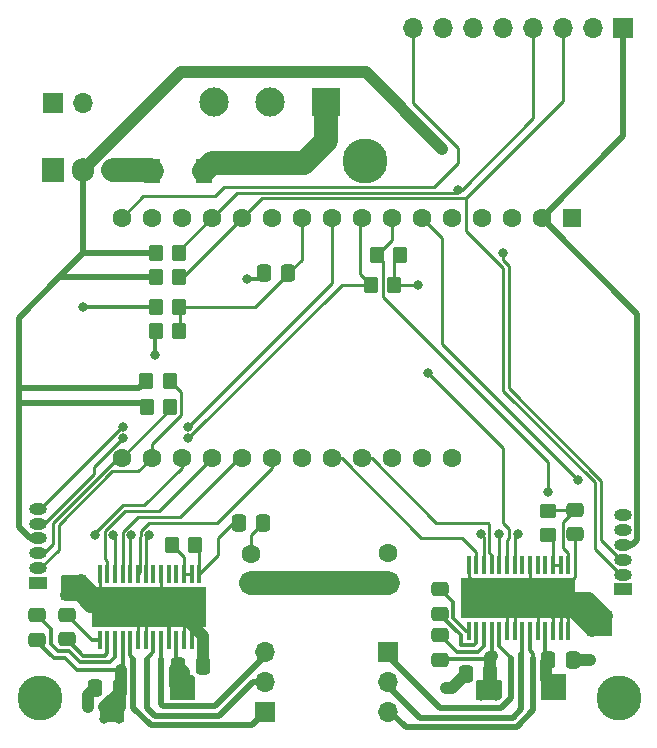
<source format=gbr>
%TF.GenerationSoftware,KiCad,Pcbnew,7.0.1*%
%TF.CreationDate,2023-04-23T15:33:47-04:00*%
%TF.ProjectId,board_v2,626f6172-645f-4763-922e-6b696361645f,rev?*%
%TF.SameCoordinates,Original*%
%TF.FileFunction,Copper,L1,Top*%
%TF.FilePolarity,Positive*%
%FSLAX46Y46*%
G04 Gerber Fmt 4.6, Leading zero omitted, Abs format (unit mm)*
G04 Created by KiCad (PCBNEW 7.0.1) date 2023-04-23 15:33:47*
%MOMM*%
%LPD*%
G01*
G04 APERTURE LIST*
G04 Aperture macros list*
%AMRoundRect*
0 Rectangle with rounded corners*
0 $1 Rounding radius*
0 $2 $3 $4 $5 $6 $7 $8 $9 X,Y pos of 4 corners*
0 Add a 4 corners polygon primitive as box body*
4,1,4,$2,$3,$4,$5,$6,$7,$8,$9,$2,$3,0*
0 Add four circle primitives for the rounded corners*
1,1,$1+$1,$2,$3*
1,1,$1+$1,$4,$5*
1,1,$1+$1,$6,$7*
1,1,$1+$1,$8,$9*
0 Add four rect primitives between the rounded corners*
20,1,$1+$1,$2,$3,$4,$5,0*
20,1,$1+$1,$4,$5,$6,$7,0*
20,1,$1+$1,$6,$7,$8,$9,0*
20,1,$1+$1,$8,$9,$2,$3,0*%
G04 Aperture macros list end*
%TA.AperFunction,ComponentPad*%
%ADD10R,1.700000X1.700000*%
%TD*%
%TA.AperFunction,ComponentPad*%
%ADD11O,1.700000X1.700000*%
%TD*%
%TA.AperFunction,ComponentPad*%
%ADD12C,2.600000*%
%TD*%
%TA.AperFunction,ConnectorPad*%
%ADD13C,3.800000*%
%TD*%
%TA.AperFunction,SMDPad,CuDef*%
%ADD14RoundRect,0.250000X-0.350000X-0.450000X0.350000X-0.450000X0.350000X0.450000X-0.350000X0.450000X0*%
%TD*%
%TA.AperFunction,SMDPad,CuDef*%
%ADD15RoundRect,0.250000X0.450000X-0.350000X0.450000X0.350000X-0.450000X0.350000X-0.450000X-0.350000X0*%
%TD*%
%TA.AperFunction,ComponentPad*%
%ADD16R,1.600000X1.600000*%
%TD*%
%TA.AperFunction,ComponentPad*%
%ADD17C,1.600000*%
%TD*%
%TA.AperFunction,SMDPad,CuDef*%
%ADD18RoundRect,0.250000X-0.475000X0.337500X-0.475000X-0.337500X0.475000X-0.337500X0.475000X0.337500X0*%
%TD*%
%TA.AperFunction,SMDPad,CuDef*%
%ADD19RoundRect,0.250000X-0.337500X-0.475000X0.337500X-0.475000X0.337500X0.475000X-0.337500X0.475000X0*%
%TD*%
%TA.AperFunction,ComponentPad*%
%ADD20O,1.500000X1.000000*%
%TD*%
%TA.AperFunction,ComponentPad*%
%ADD21R,1.500000X1.000000*%
%TD*%
%TA.AperFunction,SMDPad,CuDef*%
%ADD22RoundRect,0.250000X0.350000X0.450000X-0.350000X0.450000X-0.350000X-0.450000X0.350000X-0.450000X0*%
%TD*%
%TA.AperFunction,SMDPad,CuDef*%
%ADD23RoundRect,0.250000X0.337500X0.475000X-0.337500X0.475000X-0.337500X-0.475000X0.337500X-0.475000X0*%
%TD*%
%TA.AperFunction,ComponentPad*%
%ADD24C,0.500000*%
%TD*%
%TA.AperFunction,SMDPad,CuDef*%
%ADD25R,9.700000X3.400000*%
%TD*%
%TA.AperFunction,SMDPad,CuDef*%
%ADD26R,0.300000X1.600000*%
%TD*%
%TA.AperFunction,ComponentPad*%
%ADD27R,2.475000X2.475000*%
%TD*%
%TA.AperFunction,ComponentPad*%
%ADD28C,2.475000*%
%TD*%
%TA.AperFunction,SMDPad,CuDef*%
%ADD29R,1.400000X2.100000*%
%TD*%
%TA.AperFunction,ComponentPad*%
%ADD30O,1.905000X2.000000*%
%TD*%
%TA.AperFunction,ComponentPad*%
%ADD31R,1.905000X2.000000*%
%TD*%
%TA.AperFunction,ViaPad*%
%ADD32C,0.800000*%
%TD*%
%TA.AperFunction,Conductor*%
%ADD33C,0.500000*%
%TD*%
%TA.AperFunction,Conductor*%
%ADD34C,1.000000*%
%TD*%
%TA.AperFunction,Conductor*%
%ADD35C,0.250000*%
%TD*%
%TA.AperFunction,Conductor*%
%ADD36C,2.000000*%
%TD*%
%TA.AperFunction,Conductor*%
%ADD37C,0.350000*%
%TD*%
G04 APERTURE END LIST*
D10*
%TO.P,J1,1,Pin_1*%
%TO.N,GND*%
X104140000Y-68580000D03*
D11*
%TO.P,J1,2,Pin_2*%
%TO.N,/Bat+ Raw*%
X106680000Y-68580000D03*
%TD*%
D12*
%TO.P,REF\u002A\u002A,1*%
%TO.N,GND*%
X152000000Y-119000000D03*
D13*
%TO.N,N/C*%
X152000000Y-119000000D03*
%TD*%
%TO.P,REF\u002A\u002A,1*%
%TO.N,N/C*%
X130500000Y-73500000D03*
D12*
%TO.N,GND*%
X130500000Y-73500000D03*
%TD*%
%TO.P,REF\u002A\u002A,1*%
%TO.N,GND*%
X103000000Y-119000000D03*
D13*
%TO.N,N/C*%
X103000000Y-119000000D03*
%TD*%
D14*
%TO.P,R10,1*%
%TO.N,Net-(U5-NRESET)*%
X114160219Y-106016813D03*
%TO.P,R10,2*%
%TO.N,Net-(U5-V3P3)*%
X116160219Y-106016813D03*
%TD*%
D15*
%TO.P,R9,2*%
%TO.N,Net-(U3-V3P3)*%
X146050000Y-103140000D03*
%TO.P,R9,1*%
%TO.N,Net-(U3-NRESET)*%
X146050000Y-105140000D03*
%TD*%
D14*
%TO.P,R8,1*%
%TO.N,+3V3*%
X112030000Y-94321509D03*
%TO.P,R8,2*%
%TO.N,/SDA0*%
X114030000Y-94321509D03*
%TD*%
%TO.P,R7,1*%
%TO.N,+3V3*%
X112006828Y-92108123D03*
%TO.P,R7,2*%
%TO.N,/SCL0*%
X114006828Y-92108123D03*
%TD*%
D16*
%TO.P,A1,1,~{RESET}*%
%TO.N,unconnected-(A1-~{RESET}-Pad1)*%
X148013508Y-78343477D03*
D17*
%TO.P,A1,2,3V3*%
%TO.N,+3V3*%
X145473508Y-78343477D03*
%TO.P,A1,3,AREF*%
%TO.N,unconnected-(A1-AREF-Pad3)*%
X142933508Y-78343477D03*
%TO.P,A1,4,GND*%
%TO.N,GND*%
X140393508Y-78343477D03*
%TO.P,A1,5,A0*%
%TO.N,unconnected-(A1-A0-Pad5)*%
X137853508Y-78343477D03*
%TO.P,A1,6,A1*%
%TO.N,/A1*%
X135313508Y-78343477D03*
%TO.P,A1,7,A2*%
%TO.N,/A2*%
X132773508Y-78343477D03*
%TO.P,A1,8,A3*%
%TO.N,/A3*%
X130233508Y-78343477D03*
%TO.P,A1,9,A4*%
%TO.N,/A4*%
X127693508Y-78343477D03*
%TO.P,A1,10,A5*%
%TO.N,/A5*%
X125153508Y-78343477D03*
%TO.P,A1,11,SCK*%
%TO.N,/D24*%
X122613508Y-78343477D03*
%TO.P,A1,12,MOSI*%
%TO.N,/SCL1*%
X120073508Y-78343477D03*
%TO.P,A1,13,MISO*%
%TO.N,/SDA1*%
X117533508Y-78343477D03*
%TO.P,A1,14,RX*%
%TO.N,unconnected-(A1-RX-Pad14)*%
X114993508Y-78343477D03*
%TO.P,A1,15,TX*%
%TO.N,unconnected-(A1-TX-Pad15)*%
X112453508Y-78343477D03*
%TO.P,A1,16,SPARE*%
%TO.N,/D2*%
X109913508Y-78343477D03*
%TO.P,A1,17,SDA*%
%TO.N,/SDA0*%
X109913508Y-98663477D03*
%TO.P,A1,18,SCL*%
%TO.N,/SCL0*%
X112453508Y-98663477D03*
%TO.P,A1,19,D0*%
%TO.N,/D5*%
X114993508Y-98663477D03*
%TO.P,A1,20,D1*%
%TO.N,/D6*%
X117533508Y-98663477D03*
%TO.P,A1,21,D2*%
%TO.N,/D7*%
X120073508Y-98663477D03*
%TO.P,A1,22,D3*%
%TO.N,/D8*%
X122613508Y-98663477D03*
%TO.P,A1,23,D4*%
%TO.N,/D11*%
X125153508Y-98663477D03*
%TO.P,A1,24,D5*%
%TO.N,/D12*%
X127693508Y-98663477D03*
%TO.P,A1,25,D6*%
%TO.N,/D13*%
X130233508Y-98663477D03*
%TO.P,A1,26,USB*%
%TO.N,unconnected-(A1-USB-Pad26)*%
X132773508Y-98663477D03*
%TO.P,A1,27,EN*%
%TO.N,unconnected-(A1-EN-Pad27)*%
X135313508Y-98663477D03*
%TO.P,A1,28,VBAT*%
%TO.N,unconnected-(A1-VBAT-Pad28)*%
X137853508Y-98663477D03*
%TD*%
D18*
%TO.P,C5,2*%
%TO.N,GND*%
X148326941Y-105111181D03*
%TO.P,C5,1*%
%TO.N,Net-(U3-V3P3)*%
X148326941Y-103036181D03*
%TD*%
D17*
%TO.P,C12,2*%
%TO.N,GND*%
X132459504Y-106720000D03*
D16*
%TO.P,C12,1*%
%TO.N,+BATT*%
X132459504Y-109220000D03*
%TD*%
D19*
%TO.P,C9,2*%
%TO.N,+BATT*%
X109749500Y-118110000D03*
%TO.P,C9,1*%
%TO.N,GND*%
X107674500Y-118110000D03*
%TD*%
D20*
%TO.P,J2,6,Pin_6*%
%TO.N,/A4*%
X102870000Y-102970000D03*
%TO.P,J2,5,Pin_5*%
%TO.N,/A3*%
X102870000Y-104220000D03*
%TO.P,J2,4,Pin_4*%
%TO.N,+3V3*%
X102870000Y-105470000D03*
%TO.P,J2,3,Pin_3*%
%TO.N,/SDA0*%
X102870000Y-106720000D03*
%TO.P,J2,2,Pin_2*%
%TO.N,/SCL0*%
X102870000Y-107970000D03*
D21*
%TO.P,J2,1,Pin_1*%
%TO.N,GND*%
X102870000Y-109220000D03*
%TD*%
D22*
%TO.P,R1,2*%
%TO.N,/A3*%
X131000000Y-84000000D03*
%TO.P,R1,1*%
%TO.N,GND*%
X133000000Y-84000000D03*
%TD*%
D10*
%TO.P,U2,1,VCC*%
%TO.N,+3V3*%
X152400000Y-62230000D03*
D11*
%TO.P,U2,2,GND*%
%TO.N,GND*%
X149860000Y-62230000D03*
%TO.P,U2,3,SCL*%
%TO.N,/SCL1*%
X147320000Y-62230000D03*
%TO.P,U2,4,SDA*%
%TO.N,/SDA1*%
X144780000Y-62230000D03*
%TO.P,U2,5,XDA*%
%TO.N,unconnected-(U2-XDA-Pad5)*%
X142240000Y-62230000D03*
%TO.P,U2,6,XCL*%
%TO.N,unconnected-(U2-XCL-Pad6)*%
X139700000Y-62230000D03*
%TO.P,U2,7,ADD*%
%TO.N,unconnected-(U2-ADD-Pad7)*%
X137160000Y-62230000D03*
%TO.P,U2,8,INT*%
%TO.N,/D2*%
X134620000Y-62230000D03*
%TD*%
D19*
%TO.P,C2,2*%
%TO.N,+BATT*%
X141118500Y-116967000D03*
%TO.P,C2,1*%
%TO.N,GND*%
X139043500Y-116967000D03*
%TD*%
D17*
%TO.P,C6,2*%
%TO.N,GND*%
X120903131Y-106743475D03*
D16*
%TO.P,C6,1*%
%TO.N,+BATT*%
X120903131Y-109243475D03*
%TD*%
D23*
%TO.P,C3,2*%
%TO.N,+BATT*%
X146028500Y-115773200D03*
%TO.P,C3,1*%
%TO.N,GND*%
X148103500Y-115773200D03*
%TD*%
D18*
%TO.P,C10,2*%
%TO.N,+BATT*%
X102736721Y-114033662D03*
%TO.P,C10,1*%
%TO.N,Net-(U5-VCP)*%
X102736721Y-111958662D03*
%TD*%
D11*
%TO.P,J4,3,Pin_3*%
%TO.N,/ml3*%
X132458022Y-120129395D03*
%TO.P,J4,2,Pin_2*%
%TO.N,/ml2*%
X132458022Y-117589395D03*
D10*
%TO.P,J4,1,Pin_1*%
%TO.N,/ml1*%
X132458022Y-115049395D03*
%TD*%
D22*
%TO.P,R2,1*%
%TO.N,GND*%
X133500000Y-81460000D03*
%TO.P,R2,2*%
%TO.N,/A2*%
X131500000Y-81460000D03*
%TD*%
D23*
%TO.P,C8,2*%
%TO.N,+BATT*%
X114684900Y-116281200D03*
%TO.P,C8,1*%
%TO.N,GND*%
X116759900Y-116281200D03*
%TD*%
D20*
%TO.P,J3,6,Pin_6*%
%TO.N,/A1*%
X152352665Y-103523443D03*
%TO.P,J3,5,Pin_5*%
%TO.N,/A2*%
X152352665Y-104773443D03*
%TO.P,J3,4,Pin_4*%
%TO.N,+3V3*%
X152352665Y-106023443D03*
%TO.P,J3,3,Pin_3*%
%TO.N,/SDA1*%
X152352665Y-107273443D03*
%TO.P,J3,2,Pin_2*%
%TO.N,/SCL1*%
X152352665Y-108523443D03*
D21*
%TO.P,J3,1,Pin_1*%
%TO.N,GND*%
X152352665Y-109773443D03*
%TD*%
D24*
%TO.P,U5,29,TH_PAD*%
%TO.N,GND*%
X116018000Y-110002000D03*
X114768000Y-110002000D03*
X113518000Y-110002000D03*
X112268000Y-110002000D03*
X111018000Y-110002000D03*
X109768000Y-110002000D03*
X108518000Y-110002000D03*
X116018000Y-111252000D03*
X114768000Y-111252000D03*
X113518000Y-111252000D03*
D25*
X112268000Y-111252000D03*
D24*
X112268000Y-111252000D03*
X111018000Y-111252000D03*
X109768000Y-111252000D03*
X108518000Y-111252000D03*
X116018000Y-112502000D03*
X114768000Y-112502000D03*
X113518000Y-112502000D03*
X112268000Y-112502000D03*
X111018000Y-112502000D03*
X109768000Y-112502000D03*
X108518000Y-112502000D03*
D26*
%TO.P,U5,28,GND*%
X108043000Y-108452000D03*
%TO.P,U5,27,IN1*%
%TO.N,/D6*%
X108693000Y-108452000D03*
%TO.P,U5,26,EN1*%
%TO.N,/D5*%
X109343000Y-108452000D03*
%TO.P,U5,25,IN2*%
%TO.N,/D7*%
X109993000Y-108452000D03*
%TO.P,U5,24,EN2*%
%TO.N,/D5*%
X110643000Y-108452000D03*
%TO.P,U5,23,IN3*%
%TO.N,/D8*%
X111293000Y-108452000D03*
%TO.P,U5,22,EN3*%
%TO.N,/D5*%
X111943000Y-108452000D03*
%TO.P,U5,21*%
%TO.N,N/C*%
X112593000Y-108452000D03*
%TO.P,U5,20,GND*%
%TO.N,GND*%
X113243000Y-108452000D03*
%TO.P,U5,19*%
%TO.N,N/C*%
X113893000Y-108452000D03*
%TO.P,U5,18,NFAULT*%
%TO.N,unconnected-(U5-NFAULT-Pad18)*%
X114543000Y-108452000D03*
%TO.P,U5,17,NSLEEP*%
%TO.N,Net-(U5-NRESET)*%
X115193000Y-108452000D03*
%TO.P,U5,16,NRESET*%
X115843000Y-108452000D03*
%TO.P,U5,15,V3P3*%
%TO.N,Net-(U5-V3P3)*%
X116493000Y-108452000D03*
%TO.P,U5,14,GND*%
%TO.N,GND*%
X116493000Y-114052000D03*
%TO.P,U5,13,COMPN*%
X115843000Y-114052000D03*
%TO.P,U5,12,COMPP*%
X115193000Y-114052000D03*
%TO.P,U5,11,VM2*%
%TO.N,+BATT*%
X114543000Y-114052000D03*
%TO.P,U5,10,PGND3*%
%TO.N,GND*%
X113893000Y-114052000D03*
%TO.P,U5,9,OUT3*%
%TO.N,/mr3*%
X113243000Y-114052000D03*
%TO.P,U5,8,OUT2*%
%TO.N,/mr2*%
X112593000Y-114052000D03*
%TO.P,U5,7,PGND2*%
%TO.N,GND*%
X111943000Y-114052000D03*
%TO.P,U5,6,PGND1*%
X111293000Y-114052000D03*
%TO.P,U5,5,OUT1*%
%TO.N,/mr1*%
X110643000Y-114052000D03*
%TO.P,U5,4,VM1*%
%TO.N,+BATT*%
X109993000Y-114052000D03*
%TO.P,U5,3,VCP*%
%TO.N,Net-(U5-VCP)*%
X109343000Y-114052000D03*
%TO.P,U5,2,CPH*%
%TO.N,Net-(U5-CPH)*%
X108693000Y-114052000D03*
%TO.P,U5,1,CPL*%
%TO.N,Net-(U5-CPL)*%
X108043000Y-114052000D03*
%TD*%
D18*
%TO.P,C7,2*%
%TO.N,Net-(U5-CPH)*%
X105257600Y-114016700D03*
%TO.P,C7,1*%
%TO.N,Net-(U5-CPL)*%
X105257600Y-111941700D03*
%TD*%
D14*
%TO.P,R3,1*%
%TO.N,+BATT*%
X112792000Y-85852000D03*
%TO.P,R3,2*%
%TO.N,/A5*%
X114792000Y-85852000D03*
%TD*%
D10*
%TO.P,J6,1,Pin_1*%
%TO.N,/mr1*%
X122082486Y-120126085D03*
D11*
%TO.P,J6,2,Pin_2*%
%TO.N,/mr2*%
X122082486Y-117586085D03*
%TO.P,J6,3,Pin_3*%
%TO.N,/mr3*%
X122082486Y-115046085D03*
%TD*%
D27*
%TO.P,SW1,1,A*%
%TO.N,/Bat+ Post Switch*%
X127215471Y-68548518D03*
D28*
%TO.P,SW1,2,B*%
%TO.N,/Bat+ Raw*%
X122465471Y-68548518D03*
%TO.P,SW1,3,C*%
%TO.N,unconnected-(SW1-C-Pad3)*%
X117715471Y-68548518D03*
%TD*%
D29*
%TO.P,D1,1,K*%
%TO.N,+BATT*%
X112456448Y-74333131D03*
%TO.P,D1,2,A*%
%TO.N,/Bat+ Post Switch*%
X116856448Y-74333131D03*
%TD*%
D23*
%TO.P,C13,1*%
%TO.N,/A5*%
X124037500Y-83000000D03*
%TO.P,C13,2*%
%TO.N,GND*%
X121962500Y-83000000D03*
%TD*%
D22*
%TO.P,R4,1*%
%TO.N,/A5*%
X114792000Y-87884000D03*
%TO.P,R4,2*%
%TO.N,GND*%
X112792000Y-87884000D03*
%TD*%
D24*
%TO.P,U3,29,TH_PAD*%
%TO.N,GND*%
X147260000Y-109240000D03*
X146010000Y-109240000D03*
X144760000Y-109240000D03*
X143510000Y-109240000D03*
X142260000Y-109240000D03*
X141010000Y-109240000D03*
X139760000Y-109240000D03*
X147260000Y-110490000D03*
X146010000Y-110490000D03*
X144760000Y-110490000D03*
D25*
X143510000Y-110490000D03*
D24*
X143510000Y-110490000D03*
X142260000Y-110490000D03*
X141010000Y-110490000D03*
X139760000Y-110490000D03*
X147260000Y-111740000D03*
X146010000Y-111740000D03*
X144760000Y-111740000D03*
X143510000Y-111740000D03*
X142260000Y-111740000D03*
X141010000Y-111740000D03*
X139760000Y-111740000D03*
D26*
%TO.P,U3,28,GND*%
X139285000Y-107690000D03*
%TO.P,U3,27,IN1*%
%TO.N,/D12*%
X139935000Y-107690000D03*
%TO.P,U3,26,EN1*%
%TO.N,/D11*%
X140585000Y-107690000D03*
%TO.P,U3,25,IN2*%
%TO.N,/D13*%
X141235000Y-107690000D03*
%TO.P,U3,24,EN2*%
%TO.N,/D11*%
X141885000Y-107690000D03*
%TO.P,U3,23,IN3*%
%TO.N,/D24*%
X142535000Y-107690000D03*
%TO.P,U3,22,EN3*%
%TO.N,/D11*%
X143185000Y-107690000D03*
%TO.P,U3,21*%
%TO.N,N/C*%
X143835000Y-107690000D03*
%TO.P,U3,20,GND*%
%TO.N,GND*%
X144485000Y-107690000D03*
%TO.P,U3,19*%
%TO.N,N/C*%
X145135000Y-107690000D03*
%TO.P,U3,18,NFAULT*%
%TO.N,unconnected-(U3-NFAULT-Pad18)*%
X145785000Y-107690000D03*
%TO.P,U3,17,NSLEEP*%
%TO.N,Net-(U3-NRESET)*%
X146435000Y-107690000D03*
%TO.P,U3,16,NRESET*%
X147085000Y-107690000D03*
%TO.P,U3,15,V3P3*%
%TO.N,Net-(U3-V3P3)*%
X147735000Y-107690000D03*
%TO.P,U3,14,GND*%
%TO.N,GND*%
X147735000Y-113290000D03*
%TO.P,U3,13,COMPN*%
X147085000Y-113290000D03*
%TO.P,U3,12,COMPP*%
X146435000Y-113290000D03*
%TO.P,U3,11,VM2*%
%TO.N,+BATT*%
X145785000Y-113290000D03*
%TO.P,U3,10,PGND3*%
%TO.N,GND*%
X145135000Y-113290000D03*
%TO.P,U3,9,OUT3*%
%TO.N,/ml3*%
X144485000Y-113290000D03*
%TO.P,U3,8,OUT2*%
%TO.N,/ml2*%
X143835000Y-113290000D03*
%TO.P,U3,7,PGND2*%
%TO.N,GND*%
X143185000Y-113290000D03*
%TO.P,U3,6,PGND1*%
X142535000Y-113290000D03*
%TO.P,U3,5,OUT1*%
%TO.N,/ml1*%
X141885000Y-113290000D03*
%TO.P,U3,4,VM1*%
%TO.N,+BATT*%
X141235000Y-113290000D03*
%TO.P,U3,3,VCP*%
%TO.N,Net-(U3-VCP)*%
X140585000Y-113290000D03*
%TO.P,U3,2,CPH*%
%TO.N,Net-(U3-CPH)*%
X139935000Y-113290000D03*
%TO.P,U3,1,CPL*%
%TO.N,Net-(U3-CPL)*%
X139285000Y-113290000D03*
%TD*%
D14*
%TO.P,R5,1*%
%TO.N,+3V3*%
X112792000Y-81280000D03*
%TO.P,R5,2*%
%TO.N,/SDA1*%
X114792000Y-81280000D03*
%TD*%
D19*
%TO.P,C11,2*%
%TO.N,GND*%
X121920000Y-104140000D03*
%TO.P,C11,1*%
%TO.N,Net-(U5-V3P3)*%
X119845000Y-104140000D03*
%TD*%
D18*
%TO.P,C1,2*%
%TO.N,Net-(U3-CPH)*%
X136906000Y-111832300D03*
%TO.P,C1,1*%
%TO.N,Net-(U3-CPL)*%
X136906000Y-109757300D03*
%TD*%
%TO.P,C4,2*%
%TO.N,+BATT*%
X136906000Y-115718500D03*
%TO.P,C4,1*%
%TO.N,Net-(U3-VCP)*%
X136906000Y-113643500D03*
%TD*%
D14*
%TO.P,R6,1*%
%TO.N,+3V3*%
X112792000Y-83312000D03*
%TO.P,R6,2*%
%TO.N,/SCL1*%
X114792000Y-83312000D03*
%TD*%
D30*
%TO.P,U1,3,Vin*%
%TO.N,+BATT*%
X109220000Y-74295000D03*
%TO.P,U1,2,Vout*%
%TO.N,+3V3*%
X106680000Y-74295000D03*
D31*
%TO.P,U1,1,GND*%
%TO.N,GND*%
X104140000Y-74295000D03*
%TD*%
D32*
%TO.N,/A4*%
X110000000Y-96000000D03*
X115500000Y-96000000D03*
%TO.N,/A1*%
X148512653Y-100487348D03*
%TO.N,GND*%
X106500000Y-110270000D03*
X105230000Y-110270000D03*
X105230000Y-109000000D03*
X106500000Y-109000000D03*
X149730000Y-113270000D03*
X149730000Y-112000000D03*
X151000000Y-113270000D03*
X151000000Y-112000000D03*
%TO.N,/A3*%
X110000000Y-97000000D03*
X115570000Y-97000000D03*
%TO.N,+3V3*%
X137070015Y-72479985D03*
%TO.N,GND*%
X120500000Y-83500000D03*
X112776000Y-89916000D03*
X135000000Y-84000000D03*
X149555200Y-115722400D03*
X107061000Y-119761000D03*
X137414000Y-118160800D03*
%TO.N,/A2*%
X146000000Y-101500000D03*
%TO.N,/D24*%
X135890000Y-91440000D03*
%TO.N,/SDA1*%
X142240000Y-81280000D03*
X138430000Y-75926914D03*
%TO.N,/D5*%
X110744000Y-105156000D03*
X107696000Y-105156000D03*
X112268000Y-105156000D03*
X109220000Y-105156000D03*
%TO.N,/D11*%
X140328646Y-105056895D03*
X141899054Y-105069054D03*
X143450452Y-105107530D03*
%TO.N,+BATT*%
X114454743Y-118726758D03*
X140345873Y-117911043D03*
X145846800Y-118668800D03*
X147116800Y-117398800D03*
X140343656Y-118819975D03*
X108458000Y-119761000D03*
X141615873Y-117911043D03*
X115724743Y-117456758D03*
X106680000Y-85852000D03*
X109728000Y-119761000D03*
X115724743Y-118726758D03*
X108453058Y-120744243D03*
X145846800Y-117398800D03*
X114454743Y-117456758D03*
X141647924Y-118842081D03*
X147116800Y-118668800D03*
X109723058Y-120744243D03*
%TD*%
D33*
%TO.N,+3V3*%
X153552185Y-86422154D02*
X145473508Y-78343477D01*
X153552185Y-105573923D02*
X153552185Y-86422154D01*
X153102665Y-106023443D02*
X153552185Y-105573923D01*
X152352665Y-106023443D02*
X153102665Y-106023443D01*
D34*
X106680000Y-74247500D02*
X106680000Y-74295000D01*
X130590030Y-66000000D02*
X114927500Y-66000000D01*
X137070015Y-72479985D02*
X130590030Y-66000000D01*
X114927500Y-66000000D02*
X106680000Y-74247500D01*
D35*
%TO.N,/A3*%
X128570000Y-84000000D02*
X115570000Y-97000000D01*
X131000000Y-84000000D02*
X128570000Y-84000000D01*
%TO.N,/A4*%
X115500000Y-96000000D02*
X127693508Y-83806492D01*
X127693508Y-83806492D02*
X127693508Y-78343477D01*
%TO.N,/A3*%
X109985994Y-97000000D02*
X110000000Y-97000000D01*
X107555546Y-100034454D02*
X107555546Y-99430448D01*
X103370000Y-104220000D02*
X107555546Y-100034454D01*
X107555546Y-99430448D02*
X109985994Y-97000000D01*
X102870000Y-104220000D02*
X103370000Y-104220000D01*
%TO.N,/A4*%
X109974695Y-96000000D02*
X103004695Y-102970000D01*
X110000000Y-96000000D02*
X109974695Y-96000000D01*
X103004695Y-102970000D02*
X102870000Y-102970000D01*
%TO.N,/A5*%
X124037500Y-83000000D02*
X125153508Y-81883992D01*
X125153508Y-81883992D02*
X125153508Y-78343477D01*
%TO.N,/A2*%
X132000000Y-81960000D02*
X131500000Y-81460000D01*
X146000000Y-101500000D02*
X146000000Y-99000000D01*
X132000000Y-85000000D02*
X132000000Y-81960000D01*
X146000000Y-99000000D02*
X132000000Y-85000000D01*
%TO.N,/A1*%
X137025305Y-89000000D02*
X148512653Y-100487348D01*
X137000000Y-80029969D02*
X137000000Y-89000000D01*
X137000000Y-89000000D02*
X137025305Y-89000000D01*
X135313508Y-78343477D02*
X137000000Y-80029969D01*
%TO.N,/SCL1*%
X152186618Y-108523443D02*
X152352665Y-108523443D01*
X142239520Y-92956263D02*
X150000000Y-100716743D01*
X150000000Y-106336825D02*
X152186618Y-108523443D01*
X142239520Y-82549520D02*
X142239520Y-92956263D01*
X150000000Y-100716743D02*
X150000000Y-106336825D01*
X139094194Y-79404194D02*
X142239520Y-82549520D01*
X139099270Y-79399118D02*
X139094194Y-79404194D01*
X139099270Y-76651414D02*
X139099270Y-79399118D01*
%TO.N,/SDA1*%
X152186618Y-107273443D02*
X152352665Y-107273443D01*
X150500000Y-100580347D02*
X150500000Y-105586825D01*
X150500000Y-105586825D02*
X152186618Y-107273443D01*
X142689520Y-92769867D02*
X150500000Y-100580347D01*
X142240000Y-81914282D02*
X142689520Y-82363803D01*
X142689520Y-82363803D02*
X142689520Y-92769867D01*
X142240000Y-81280000D02*
X142240000Y-81914282D01*
%TO.N,/A2*%
X132773508Y-80186492D02*
X132773508Y-78343477D01*
X131500000Y-81460000D02*
X132773508Y-80186492D01*
%TO.N,GND*%
X133000000Y-84000000D02*
X133000000Y-81960000D01*
X133000000Y-81960000D02*
X133500000Y-81460000D01*
%TO.N,/A3*%
X130075000Y-78501985D02*
X130233508Y-78343477D01*
X130075000Y-83075000D02*
X130075000Y-78501985D01*
X131000000Y-84000000D02*
X130075000Y-83075000D01*
%TO.N,GND*%
X135000000Y-84000000D02*
X133000000Y-84000000D01*
%TO.N,/A5*%
X125153508Y-78343477D02*
X124631218Y-78343477D01*
%TO.N,/A3*%
X102870000Y-104220000D02*
X102220000Y-104220000D01*
D33*
%TO.N,+3V3*%
X101186535Y-104536535D02*
X102120000Y-105470000D01*
X102120000Y-105470000D02*
X102870000Y-105470000D01*
X101186535Y-93980000D02*
X101186535Y-104536535D01*
D35*
%TO.N,/A5*%
X121223000Y-85852000D02*
X124075000Y-83000000D01*
X114792000Y-85852000D02*
X121223000Y-85852000D01*
%TO.N,/D24*%
X122500000Y-78456985D02*
X122613508Y-78343477D01*
D36*
%TO.N,+BATT*%
X120926606Y-109220000D02*
X120903131Y-109243475D01*
X132459504Y-109220000D02*
X120926606Y-109220000D01*
D35*
%TO.N,GND*%
X120903131Y-105156869D02*
X120903131Y-106743475D01*
X121920000Y-104140000D02*
X120903131Y-105156869D01*
D34*
X108752000Y-111252000D02*
X112268000Y-111252000D01*
X106500000Y-109000000D02*
X108752000Y-111252000D01*
X106270000Y-110270000D02*
X107252000Y-111252000D01*
X107252000Y-111252000D02*
X112268000Y-111252000D01*
X105230000Y-110270000D02*
X106270000Y-110270000D01*
X111286000Y-110270000D02*
X112268000Y-111252000D01*
X106500000Y-110270000D02*
X111286000Y-110270000D01*
X151000000Y-112000000D02*
X149490000Y-110490000D01*
X149490000Y-110490000D02*
X143510000Y-110490000D01*
X146950000Y-110490000D02*
X143510000Y-110490000D01*
X149730000Y-113270000D02*
X146950000Y-110490000D01*
X148220000Y-110490000D02*
X143510000Y-110490000D01*
X149730000Y-112000000D02*
X148220000Y-110490000D01*
D35*
%TO.N,/D2*%
X117810000Y-76500000D02*
X111756985Y-76500000D01*
X118560000Y-75750000D02*
X117810000Y-76500000D01*
X136340000Y-75750000D02*
X118560000Y-75750000D01*
X111756985Y-76500000D02*
X109913508Y-78343477D01*
X138430000Y-72390000D02*
X138430000Y-73660000D01*
X134620000Y-68580000D02*
X138430000Y-72390000D01*
X138430000Y-73660000D02*
X136340000Y-75750000D01*
X134620000Y-62230000D02*
X134620000Y-68580000D01*
D37*
%TO.N,+BATT*%
X102736721Y-114200859D02*
X102736721Y-114033662D01*
X105129200Y-115629200D02*
X104165062Y-115629200D01*
X106097000Y-116597000D02*
X105129200Y-115629200D01*
X104165062Y-115629200D02*
X102736721Y-114200859D01*
X109861056Y-116597000D02*
X106097000Y-116597000D01*
%TO.N,Net-(U5-VCP)*%
X103936721Y-114392204D02*
X103936721Y-113158662D01*
X104523717Y-114979200D02*
X103936721Y-114392204D01*
X103936721Y-113158662D02*
X102736721Y-111958662D01*
X106395269Y-115932187D02*
X105442282Y-114979200D01*
X109343000Y-115536374D02*
X108947187Y-115932187D01*
X109343000Y-114052000D02*
X109343000Y-115536374D01*
X108947187Y-115932187D02*
X106395269Y-115932187D01*
X105442282Y-114979200D02*
X104523717Y-114979200D01*
D35*
%TO.N,+BATT*%
X102736721Y-114033662D02*
X102736721Y-114130149D01*
D33*
%TO.N,/ml3*%
X133970948Y-121450000D02*
X132484546Y-119963598D01*
X143345678Y-121450000D02*
X133970948Y-121450000D01*
X144780000Y-120015678D02*
X143345678Y-121450000D01*
X144780000Y-115570000D02*
X144780000Y-120015678D01*
%TO.N,/ml2*%
X132484546Y-117962505D02*
X132484546Y-117423598D01*
X135172041Y-120650000D02*
X132484546Y-117962505D01*
X143014308Y-120650000D02*
X135172041Y-120650000D01*
X143748963Y-119915345D02*
X143014308Y-120650000D01*
X143748963Y-115252598D02*
X143748963Y-119915345D01*
X143751858Y-115249703D02*
X143748963Y-115252598D01*
%TO.N,/ml1*%
X132484546Y-115422505D02*
X132484546Y-114883598D01*
X142041427Y-119792081D02*
X136854122Y-119792081D01*
X142875000Y-118958508D02*
X142041427Y-119792081D01*
X136854122Y-119792081D02*
X132484546Y-115422505D01*
X142875000Y-115570000D02*
X142875000Y-118958508D01*
%TO.N,/mr1*%
X120931813Y-121276758D02*
X122082486Y-120126085D01*
X112386758Y-121276758D02*
X120931813Y-121276758D01*
X110910576Y-119800576D02*
X112386758Y-121276758D01*
X110910576Y-115644242D02*
X110910576Y-119800576D01*
%TO.N,/mr2*%
X121005317Y-117586085D02*
X122082486Y-117586085D01*
X112717450Y-120476758D02*
X118114644Y-120476758D01*
X112023868Y-119783176D02*
X112717450Y-120476758D01*
X112023868Y-115677228D02*
X112023868Y-119783176D01*
%TO.N,/mr3*%
X117783274Y-119676758D02*
X122082486Y-115377546D01*
X113243000Y-119469815D02*
X113449943Y-119676758D01*
X113243000Y-115653853D02*
X113243000Y-119469815D01*
X113449943Y-119676758D02*
X117783274Y-119676758D01*
X122082486Y-115377546D02*
X122082486Y-115046085D01*
%TO.N,/mr2*%
X118114644Y-120476758D02*
X121005317Y-117586085D01*
D34*
%TO.N,+BATT*%
X114684900Y-116281200D02*
X115163600Y-116759900D01*
X115163600Y-116759900D02*
X115163600Y-118110000D01*
D35*
%TO.N,Net-(U5-NRESET)*%
X115193000Y-108452000D02*
X115843000Y-108452000D01*
X115193000Y-107049594D02*
X115193000Y-108452000D01*
X114160219Y-106016813D02*
X115193000Y-107049594D01*
X114160219Y-105549781D02*
X114300000Y-105410000D01*
X114160219Y-106016813D02*
X114160219Y-105549781D01*
%TO.N,Net-(U5-V3P3)*%
X116493000Y-106349594D02*
X116493000Y-108452000D01*
X116160219Y-106016813D02*
X116493000Y-106349594D01*
X119380000Y-104140000D02*
X119845000Y-104140000D01*
X118110000Y-105410000D02*
X119380000Y-104140000D01*
X118110000Y-106835000D02*
X118110000Y-105410000D01*
X116493000Y-108452000D02*
X118110000Y-106835000D01*
%TO.N,Net-(U3-NRESET)*%
X146050000Y-105140000D02*
X146435000Y-105525000D01*
X146435000Y-105525000D02*
X146435000Y-107690000D01*
%TO.N,GND*%
X148326941Y-108698059D02*
X148326941Y-105111181D01*
X146535000Y-110490000D02*
X148326941Y-108698059D01*
X143510000Y-110490000D02*
X146535000Y-110490000D01*
%TO.N,Net-(U3-V3P3)*%
X147735000Y-106740000D02*
X147735000Y-107690000D01*
X147276941Y-106281941D02*
X147735000Y-106740000D01*
X148326941Y-103036181D02*
X147276941Y-104086181D01*
X147276941Y-104086181D02*
X147276941Y-106281941D01*
%TO.N,Net-(U3-NRESET)*%
X146435000Y-107690000D02*
X147085000Y-107690000D01*
X146050000Y-105140000D02*
X146050000Y-105410000D01*
%TO.N,Net-(U3-V3P3)*%
X148006401Y-103042816D02*
X146147184Y-103042816D01*
X146147184Y-103042816D02*
X146050000Y-103140000D01*
D33*
%TO.N,+3V3*%
X111404951Y-92710000D02*
X112006828Y-92108123D01*
X101186535Y-92710000D02*
X111404951Y-92710000D01*
X101186535Y-92710000D02*
X101186535Y-86773465D01*
X101186535Y-93980000D02*
X101186535Y-92710000D01*
X111688491Y-93980000D02*
X112030000Y-94321509D01*
X101186535Y-93980000D02*
X111688491Y-93980000D01*
D35*
%TO.N,/SCL0*%
X114955000Y-93056295D02*
X114006828Y-92108123D01*
X112453508Y-97511174D02*
X114955000Y-95009682D01*
X114955000Y-95009682D02*
X114955000Y-93056295D01*
X112453508Y-98663477D02*
X112453508Y-97511174D01*
%TO.N,/SDA0*%
X114030000Y-94546985D02*
X114030000Y-94321509D01*
X109913508Y-98663477D02*
X114030000Y-94546985D01*
D36*
%TO.N,/Bat+ Post Switch*%
X125341489Y-73660000D02*
X117529579Y-73660000D01*
X127215471Y-71786018D02*
X125341489Y-73660000D01*
X117529579Y-73660000D02*
X116856448Y-74333131D01*
%TO.N,+BATT*%
X112456448Y-74333131D02*
X112418317Y-74295000D01*
X112418317Y-74295000D02*
X109220000Y-74295000D01*
%TO.N,/Bat+ Post Switch*%
X127215471Y-68548518D02*
X127215471Y-71786018D01*
D34*
%TO.N,GND*%
X114293000Y-111252000D02*
X112268000Y-111252000D01*
X116759900Y-113718900D02*
X114293000Y-111252000D01*
X116759900Y-116281200D02*
X116759900Y-113718900D01*
D33*
%TO.N,/A3*%
X102870000Y-104220000D02*
X102370000Y-104220000D01*
%TO.N,+3V3*%
X112792000Y-81280000D02*
X106680000Y-81280000D01*
X101186535Y-86773465D02*
X104648000Y-83312000D01*
X106680000Y-81280000D02*
X106680000Y-74295000D01*
X112792000Y-83312000D02*
X105156000Y-83312000D01*
X105156000Y-83312000D02*
X104902000Y-83058000D01*
%TO.N,/A2*%
X151852665Y-104773443D02*
X152695489Y-104773443D01*
%TO.N,+3V3*%
X105156000Y-83312000D02*
X104648000Y-83312000D01*
X152400000Y-62230000D02*
X152400000Y-71416985D01*
D35*
%TO.N,/A2*%
X152352665Y-104773443D02*
X151852665Y-104773443D01*
D33*
%TO.N,+3V3*%
X104648000Y-83312000D02*
X104902000Y-83058000D01*
X152400000Y-71416985D02*
X145473508Y-78343477D01*
X104902000Y-83058000D02*
X106680000Y-81280000D01*
D35*
%TO.N,GND*%
X145135000Y-112115000D02*
X143510000Y-110490000D01*
D34*
X107061000Y-118723500D02*
X107061000Y-119761000D01*
D35*
X147735000Y-113290000D02*
X147735000Y-112215000D01*
X143185000Y-112065000D02*
X143510000Y-111740000D01*
D37*
X112776000Y-89916000D02*
X112776000Y-87905500D01*
D35*
X111943000Y-112827000D02*
X112268000Y-112502000D01*
D34*
X137849700Y-118160800D02*
X137414000Y-118160800D01*
D35*
X111943000Y-114052000D02*
X111943000Y-112827000D01*
X139285000Y-108740000D02*
X141035000Y-110490000D01*
X147085000Y-113290000D02*
X147085000Y-111915000D01*
X113243000Y-108452000D02*
X113244331Y-109991687D01*
X141035000Y-110490000D02*
X143510000Y-110490000D01*
X143185000Y-113290000D02*
X143185000Y-112065000D01*
X142535000Y-113290000D02*
X142535000Y-112015000D01*
X116493000Y-114052000D02*
X116505015Y-112467816D01*
X142535000Y-112015000D02*
X142260000Y-111740000D01*
D34*
X149504400Y-115773200D02*
X149555200Y-115722400D01*
D35*
X108043000Y-108452000D02*
X108051446Y-109883823D01*
X144685000Y-110490000D02*
X143510000Y-110490000D01*
D34*
X139043500Y-116967000D02*
X137849700Y-118160800D01*
D35*
X144485000Y-109515000D02*
X143510000Y-110490000D01*
X146660000Y-110490000D02*
X143510000Y-110490000D01*
X111293000Y-112777000D02*
X111018000Y-112502000D01*
D34*
X107674500Y-118110000D02*
X107061000Y-118723500D01*
D37*
X121497250Y-83500000D02*
X120502750Y-83500000D01*
D35*
X139285000Y-107690000D02*
X139285000Y-108740000D01*
D34*
X148103500Y-115773200D02*
X149504400Y-115773200D01*
D35*
X146435000Y-112240000D02*
X144685000Y-110490000D01*
X144485000Y-107690000D02*
X144485000Y-109515000D01*
X145135000Y-113290000D02*
X145135000Y-112115000D01*
D37*
X113893000Y-114052000D02*
X113893163Y-112452407D01*
D35*
X147085000Y-111915000D02*
X147260000Y-111740000D01*
X148225493Y-108924507D02*
X146660000Y-110490000D01*
X146435000Y-113290000D02*
X146435000Y-112240000D01*
X115843000Y-114052000D02*
X115834717Y-112506339D01*
X147735000Y-112215000D02*
X147260000Y-111740000D01*
X111293000Y-114052000D02*
X111293000Y-112777000D01*
X113054887Y-110465113D02*
X112268000Y-111252000D01*
X115193000Y-114052000D02*
X115202941Y-112352248D01*
%TO.N,/D24*%
X142725941Y-104625941D02*
X142240000Y-104140000D01*
X142535000Y-105598574D02*
X142725941Y-105407633D01*
X142240000Y-97790000D02*
X135890000Y-91440000D01*
X142535000Y-107690000D02*
X142535000Y-105598574D01*
X142725941Y-105407633D02*
X142725941Y-104625941D01*
X142240000Y-104140000D02*
X142240000Y-97790000D01*
%TO.N,/SDA1*%
X144780000Y-69850000D02*
X144780000Y-62230000D01*
X138430000Y-75926914D02*
X138703086Y-75926914D01*
X114792000Y-81280000D02*
X114792000Y-81084985D01*
X138430000Y-75926914D02*
X138156914Y-76200000D01*
X138703086Y-75926914D02*
X144780000Y-69850000D01*
X138156914Y-76200000D02*
X119676985Y-76200000D01*
X119676985Y-76200000D02*
X117533508Y-78343477D01*
X114792000Y-81084985D02*
X117533508Y-78343477D01*
%TO.N,/SCL1*%
X135500829Y-76649520D02*
X135502723Y-76651414D01*
X115104985Y-83312000D02*
X120073508Y-78343477D01*
X114792000Y-83312000D02*
X115104985Y-83312000D01*
X147320000Y-68430684D02*
X139099270Y-76651414D01*
X135502723Y-76651414D02*
X139099270Y-76651414D01*
X121767465Y-76649520D02*
X120073508Y-78343477D01*
X147320000Y-62230000D02*
X147320000Y-68430684D01*
X121767465Y-76649520D02*
X135500829Y-76649520D01*
%TO.N,/SDA0*%
X104140000Y-105950000D02*
X104140000Y-104140000D01*
X109616523Y-98663477D02*
X109913508Y-98663477D01*
X103370000Y-106720000D02*
X104140000Y-105950000D01*
X102870000Y-106720000D02*
X103370000Y-106720000D01*
X104140000Y-104140000D02*
X109616523Y-98663477D01*
%TO.N,/SCL0*%
X103036047Y-107970000D02*
X104589520Y-106416527D01*
X104589520Y-106416527D02*
X104589520Y-104326198D01*
X104589520Y-104326198D02*
X109127730Y-99787988D01*
X111328997Y-99787988D02*
X112453508Y-98663477D01*
X102870000Y-107970000D02*
X103036047Y-107970000D01*
X109127730Y-99787988D02*
X111328997Y-99787988D01*
%TO.N,/D5*%
X109343000Y-108452000D02*
X109343000Y-105279000D01*
X114993508Y-99489992D02*
X114993508Y-98663477D01*
X110643000Y-105257000D02*
X110744000Y-105156000D01*
X110041188Y-102674480D02*
X111809020Y-102674480D01*
X109343000Y-105279000D02*
X109220000Y-105156000D01*
X107696000Y-105019668D02*
X110041188Y-102674480D01*
X111943000Y-105481000D02*
X112268000Y-105156000D01*
X111943000Y-108452000D02*
X111943000Y-105481000D01*
X107696000Y-105156000D02*
X107696000Y-105019668D01*
X111809020Y-102674480D02*
X114993508Y-99489992D01*
X110643000Y-108452000D02*
X110643000Y-105257000D01*
%TO.N,/D6*%
X108693000Y-108452000D02*
X108693000Y-107402000D01*
X108495489Y-104855897D02*
X110227386Y-103124000D01*
X108693000Y-107402000D02*
X108495489Y-107204489D01*
X113072985Y-103124000D02*
X117533508Y-98663477D01*
X110227386Y-103124000D02*
X113072985Y-103124000D01*
X108495489Y-107204489D02*
X108495489Y-104855897D01*
%TO.N,/D7*%
X114818109Y-103621891D02*
X111253495Y-103621891D01*
X119482504Y-98957496D02*
X114818109Y-103621891D01*
X120073508Y-98663477D02*
X119779489Y-98957496D01*
X109993000Y-104882386D02*
X109993000Y-108452000D01*
X111253495Y-103621891D02*
X109993000Y-104882386D01*
X119779489Y-98957496D02*
X119482504Y-98957496D01*
%TO.N,/D8*%
X111468489Y-105319793D02*
X111543489Y-105244793D01*
X111543489Y-104855897D02*
X112259386Y-104140000D01*
X111468489Y-108276511D02*
X111468489Y-105319793D01*
X111543489Y-105244793D02*
X111543489Y-104855897D01*
X117963500Y-104140000D02*
X122613508Y-99489992D01*
X122613508Y-99489992D02*
X122613508Y-98663477D01*
X112259386Y-104140000D02*
X117963500Y-104140000D01*
X111293000Y-108452000D02*
X111468489Y-108276511D01*
%TO.N,/D11*%
X143185000Y-107690000D02*
X143185000Y-105372982D01*
X140328646Y-105056895D02*
X140585000Y-105313249D01*
X143185000Y-105372982D02*
X143450452Y-105107530D01*
X140585000Y-105313249D02*
X140585000Y-107690000D01*
X141885000Y-107690000D02*
X141899054Y-105069054D01*
%TO.N,/D12*%
X138705000Y-105410000D02*
X135274500Y-105410000D01*
X139935000Y-107690000D02*
X139935000Y-106640000D01*
X139935000Y-106640000D02*
X138705000Y-105410000D01*
X128527977Y-98663477D02*
X127693508Y-98663477D01*
X135274500Y-105410000D02*
X128527977Y-98663477D01*
%TO.N,/D13*%
X136544500Y-104140000D02*
X140970000Y-104140000D01*
X141053157Y-106663983D02*
X141235000Y-106845826D01*
X141053157Y-104223157D02*
X141053157Y-106663983D01*
X130233508Y-98663477D02*
X131067977Y-98663477D01*
X140970000Y-104140000D02*
X141053157Y-104223157D01*
X141235000Y-106845826D02*
X141235000Y-107690000D01*
X131067977Y-98663477D02*
X136544500Y-104140000D01*
D37*
%TO.N,Net-(U3-CPL)*%
X139285000Y-113290000D02*
X139071000Y-113290000D01*
X138005520Y-110856820D02*
X136906000Y-109757300D01*
X138005520Y-112224520D02*
X138005520Y-110856820D01*
X139071000Y-113290000D02*
X138005520Y-112224520D01*
%TO.N,Net-(U3-CPH)*%
X138602181Y-113643977D02*
X136906000Y-111947796D01*
X139935000Y-113290000D02*
X139935000Y-114319000D01*
X139935000Y-114319000D02*
X139781819Y-114472181D01*
X138602181Y-114472181D02*
X138602181Y-113643977D01*
X136906000Y-111947796D02*
X136906000Y-111832300D01*
X139781819Y-114472181D02*
X138602181Y-114472181D01*
%TO.N,+BATT*%
X109993000Y-114052000D02*
X109993000Y-116465056D01*
D34*
X141118500Y-118461700D02*
X141173200Y-118516400D01*
X114438395Y-116527705D02*
X114684900Y-116281200D01*
D37*
X114811289Y-116552963D02*
X114543000Y-116284674D01*
D34*
X141118500Y-116967000D02*
X141118500Y-117301100D01*
X141118500Y-115494300D02*
X141235000Y-115377800D01*
X114438395Y-117878412D02*
X114438395Y-116527705D01*
X109749500Y-118110000D02*
X109861056Y-117998444D01*
X109861056Y-117998444D02*
X109861056Y-116597000D01*
D37*
X141235000Y-113290000D02*
X141235000Y-115377800D01*
X141104480Y-115711520D02*
X139811959Y-115711519D01*
D34*
X109749500Y-119739500D02*
X109728000Y-119761000D01*
D37*
X136912981Y-115711519D02*
X136906000Y-115718500D01*
D34*
X141118500Y-116967000D02*
X141118500Y-118461700D01*
D37*
X141235000Y-115377800D02*
X141235000Y-115581000D01*
D34*
X109749500Y-118469500D02*
X108458000Y-119761000D01*
X141118500Y-116967000D02*
X141118500Y-115494300D01*
D37*
X141235000Y-115581000D02*
X141104480Y-115711520D01*
D34*
X109749500Y-118110000D02*
X109749500Y-118469500D01*
D37*
X139811959Y-115711519D02*
X136912981Y-115711519D01*
X141235000Y-116723500D02*
X141118500Y-116840000D01*
X112792000Y-85852000D02*
X106680000Y-85852000D01*
D34*
X145846800Y-117398800D02*
X145846800Y-115954900D01*
D37*
X145785000Y-113290000D02*
X145785000Y-115117027D01*
D34*
X109749500Y-118110000D02*
X109749500Y-119739500D01*
D37*
X114543000Y-116284674D02*
X114543000Y-114052000D01*
D34*
X145846800Y-115954900D02*
X146028500Y-115773200D01*
D37*
X141235000Y-116977500D02*
X141118500Y-117094000D01*
%TO.N,Net-(U3-VCP)*%
X140585000Y-114558000D02*
X140081000Y-115062000D01*
X140081000Y-115062000D02*
X138324500Y-115062000D01*
X138324500Y-115062000D02*
X136906000Y-113643500D01*
X140585000Y-113290000D02*
X140585000Y-114558000D01*
%TO.N,Net-(U5-CPL)*%
X108043000Y-114052000D02*
X107367900Y-114052000D01*
X107367900Y-114052000D02*
X105257600Y-111941700D01*
%TO.N,Net-(U5-CPH)*%
X106623567Y-115382667D02*
X105257600Y-114016700D01*
X108693000Y-114052000D02*
X108693000Y-115202000D01*
X108693000Y-115202000D02*
X108512333Y-115382667D01*
X108512333Y-115382667D02*
X106623567Y-115382667D01*
%TO.N,/ml3*%
X144476150Y-114936355D02*
X144476164Y-114933631D01*
X144780000Y-115570000D02*
X144780000Y-115240205D01*
X144780000Y-115240205D02*
X144476150Y-114936355D01*
X144476164Y-114933631D02*
X144485000Y-114924795D01*
X144485000Y-114924795D02*
X144485000Y-113290000D01*
%TO.N,/ml2*%
X143835000Y-113290000D02*
X143825025Y-115250025D01*
X143823313Y-115586481D02*
X143825025Y-115250025D01*
%TO.N,/ml1*%
X141885000Y-113290000D02*
X141885000Y-114580000D01*
X141885000Y-114580000D02*
X142875000Y-115570000D01*
%TO.N,/mr2*%
X112593000Y-115108096D02*
X112023868Y-115677228D01*
X112593000Y-114052000D02*
X112593000Y-115108096D01*
%TO.N,/mr1*%
X110643000Y-115376666D02*
X110910576Y-115644242D01*
X110643000Y-114052000D02*
X110643000Y-115376666D01*
%TO.N,/mr3*%
X113243000Y-114052000D02*
X113243000Y-115653853D01*
X113243000Y-115653853D02*
X113219625Y-115677228D01*
D35*
%TO.N,/A5*%
X114829500Y-87884000D02*
X114829500Y-85889500D01*
X114829500Y-85889500D02*
X114792000Y-85852000D01*
X114776000Y-87937500D02*
X114829500Y-87884000D01*
%TD*%
%TA.AperFunction,Conductor*%
%TO.N,+BATT*%
G36*
X147512705Y-116976553D02*
G01*
X147530640Y-116994488D01*
X147537205Y-117018988D01*
X147537204Y-119065106D01*
X147522852Y-119099754D01*
X147488204Y-119114106D01*
X145475073Y-119114106D01*
X145450573Y-119107541D01*
X145432638Y-119089606D01*
X145426073Y-119065106D01*
X145426074Y-117018988D01*
X145440426Y-116984340D01*
X145475074Y-116969988D01*
X147488205Y-116969988D01*
X147512705Y-116976553D01*
G37*
%TD.AperFunction*%
%TD*%
%TA.AperFunction,Conductor*%
%TO.N,+BATT*%
G36*
X115941855Y-117042040D02*
G01*
X115959101Y-117056317D01*
X116029477Y-117149122D01*
X116129040Y-117224623D01*
X116143317Y-117241869D01*
X116148432Y-117263666D01*
X116148432Y-119077258D01*
X116134080Y-119111906D01*
X116099432Y-119126258D01*
X114086301Y-119126258D01*
X114061801Y-119119693D01*
X114043866Y-119101758D01*
X114037301Y-119077258D01*
X114037302Y-117085925D01*
X114051654Y-117051277D01*
X114086302Y-117036925D01*
X115920058Y-117036925D01*
X115941855Y-117042040D01*
G37*
%TD.AperFunction*%
%TD*%
%TA.AperFunction,Conductor*%
%TO.N,+BATT*%
G36*
X142068386Y-117504175D02*
G01*
X142082770Y-117538765D01*
X142085366Y-118949230D01*
X142081653Y-118968030D01*
X142071014Y-118983968D01*
X141961979Y-119093004D01*
X141946083Y-119103626D01*
X141927331Y-119107356D01*
X139932725Y-119107356D01*
X139898109Y-119093036D01*
X139883725Y-119058446D01*
X139883524Y-118949230D01*
X139881193Y-117683589D01*
X139884608Y-117665534D01*
X139920877Y-117573564D01*
X139925747Y-117533013D01*
X139941880Y-117502199D01*
X139974397Y-117489855D01*
X142033770Y-117489855D01*
X142068386Y-117504175D01*
G37*
%TD.AperFunction*%
%TD*%
%TA.AperFunction,Conductor*%
%TO.N,+BATT*%
G36*
X110123905Y-119338753D02*
G01*
X110141840Y-119356688D01*
X110148405Y-119381188D01*
X110148404Y-120927306D01*
X110134052Y-120961954D01*
X110099404Y-120976306D01*
X108086273Y-120976306D01*
X108061773Y-120969741D01*
X108043838Y-120951806D01*
X108037273Y-120927306D01*
X108037274Y-119381188D01*
X108051626Y-119346540D01*
X108086274Y-119332188D01*
X110099405Y-119332188D01*
X110123905Y-119338753D01*
G37*
%TD.AperFunction*%
%TD*%
%TA.AperFunction,Conductor*%
%TO.N,GND*%
G36*
X151395905Y-111577753D02*
G01*
X151413840Y-111595688D01*
X151420405Y-111620188D01*
X151420404Y-113666306D01*
X151406052Y-113700954D01*
X151371404Y-113715306D01*
X149358273Y-113715306D01*
X149333773Y-113708741D01*
X149315838Y-113690806D01*
X149309273Y-113666306D01*
X149309274Y-111620188D01*
X149323626Y-111585540D01*
X149358274Y-111571188D01*
X151371405Y-111571188D01*
X151395905Y-111577753D01*
G37*
%TD.AperFunction*%
%TD*%
%TA.AperFunction,Conductor*%
%TO.N,GND*%
G36*
X106895905Y-108577753D02*
G01*
X106913840Y-108595688D01*
X106920405Y-108620188D01*
X106920404Y-110666306D01*
X106906052Y-110700954D01*
X106871404Y-110715306D01*
X104858273Y-110715306D01*
X104833773Y-110708741D01*
X104815838Y-110690806D01*
X104809273Y-110666306D01*
X104809274Y-108620188D01*
X104823626Y-108585540D01*
X104858274Y-108571188D01*
X106871405Y-108571188D01*
X106895905Y-108577753D01*
G37*
%TD.AperFunction*%
%TD*%
M02*

</source>
